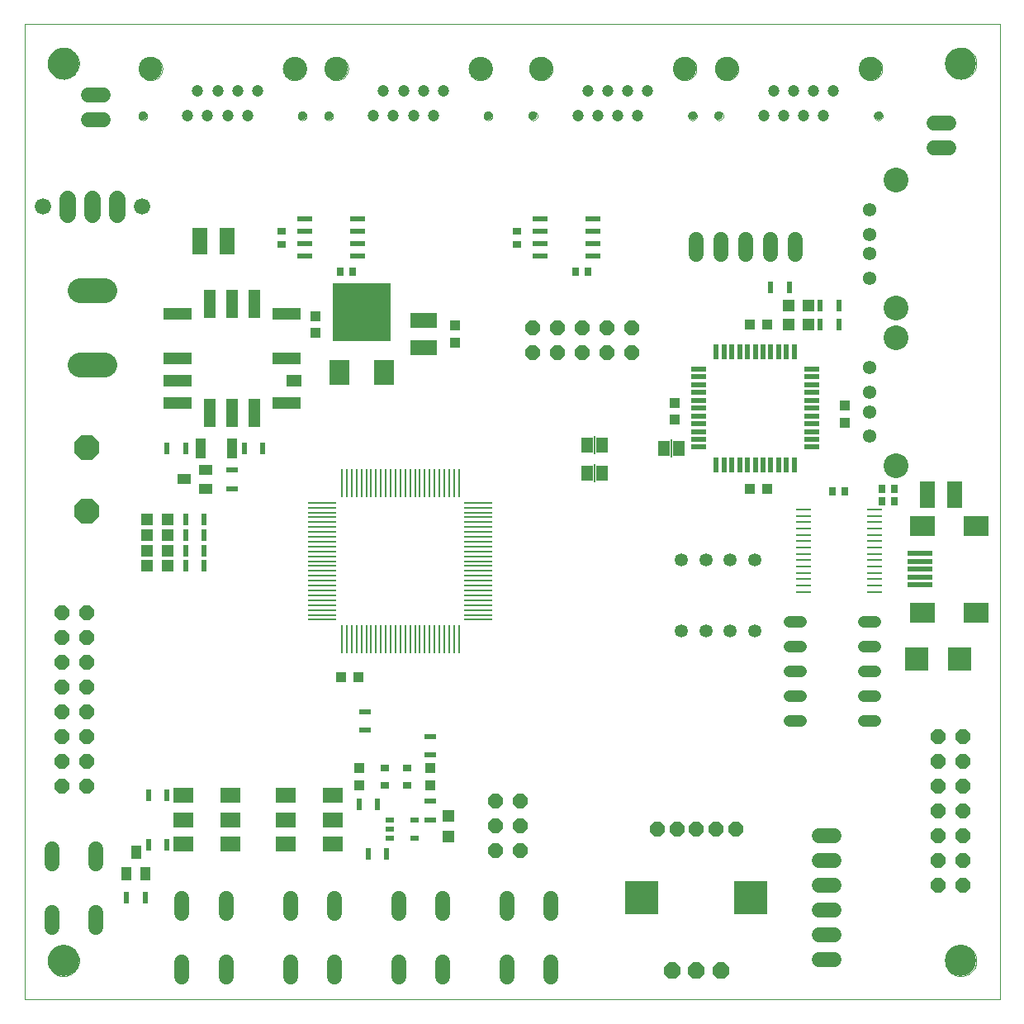
<source format=gts>
G75*
G70*
%OFA0B0*%
%FSLAX24Y24*%
%IPPOS*%
%LPD*%
%AMOC8*
5,1,8,0,0,1.08239X$1,22.5*
%
%ADD10C,0.0000*%
%ADD11C,0.1260*%
%ADD12R,0.0059X0.1181*%
%ADD13R,0.1181X0.0059*%
%ADD14R,0.0413X0.0425*%
%ADD15R,0.0512X0.0236*%
%ADD16R,0.0394X0.0551*%
%ADD17R,0.0236X0.0512*%
%ADD18C,0.0600*%
%ADD19C,0.0480*%
%ADD20C,0.0472*%
%ADD21C,0.0945*%
%ADD22C,0.0354*%
%ADD23C,0.0543*%
%ADD24C,0.1000*%
%ADD25OC8,0.0591*%
%ADD26OC8,0.0660*%
%ADD27R,0.1378X0.1378*%
%ADD28R,0.0472X0.0472*%
%ADD29R,0.0591X0.0197*%
%ADD30R,0.0197X0.0591*%
%ADD31R,0.0425X0.0413*%
%ADD32R,0.0460X0.0630*%
%ADD33R,0.0060X0.0720*%
%ADD34R,0.0374X0.0295*%
%ADD35R,0.0591X0.0098*%
%ADD36R,0.0945X0.0945*%
%ADD37R,0.0276X0.0354*%
%ADD38R,0.0984X0.0197*%
%ADD39R,0.0984X0.0787*%
%ADD40R,0.0374X0.0224*%
%ADD41OC8,0.0600*%
%ADD42R,0.0787X0.0591*%
%ADD43OC8,0.1000*%
%ADD44R,0.0551X0.0394*%
%ADD45C,0.1000*%
%ADD46R,0.0472X0.1181*%
%ADD47R,0.1181X0.0472*%
%ADD48R,0.0591X0.0472*%
%ADD49C,0.0650*%
%ADD50C,0.0660*%
%ADD51R,0.2362X0.2362*%
%ADD52R,0.0787X0.0984*%
%ADD53R,0.1063X0.0630*%
%ADD54R,0.0630X0.1063*%
%ADD55R,0.0610X0.0236*%
%ADD56R,0.0354X0.0276*%
%ADD57C,0.0531*%
%ADD58R,0.0394X0.0787*%
D10*
X000825Y000180D02*
X000825Y039550D01*
X040195Y039550D01*
X040195Y000180D01*
X000825Y000180D01*
X001769Y001755D02*
X001771Y001805D01*
X001777Y001855D01*
X001787Y001904D01*
X001801Y001952D01*
X001818Y001999D01*
X001839Y002044D01*
X001864Y002088D01*
X001892Y002129D01*
X001924Y002168D01*
X001958Y002205D01*
X001995Y002239D01*
X002035Y002269D01*
X002077Y002296D01*
X002121Y002320D01*
X002167Y002341D01*
X002214Y002357D01*
X002262Y002370D01*
X002312Y002379D01*
X002361Y002384D01*
X002412Y002385D01*
X002462Y002382D01*
X002511Y002375D01*
X002560Y002364D01*
X002608Y002349D01*
X002654Y002331D01*
X002699Y002309D01*
X002742Y002283D01*
X002783Y002254D01*
X002822Y002222D01*
X002858Y002187D01*
X002890Y002149D01*
X002920Y002109D01*
X002947Y002066D01*
X002970Y002022D01*
X002989Y001976D01*
X003005Y001928D01*
X003017Y001879D01*
X003025Y001830D01*
X003029Y001780D01*
X003029Y001730D01*
X003025Y001680D01*
X003017Y001631D01*
X003005Y001582D01*
X002989Y001534D01*
X002970Y001488D01*
X002947Y001444D01*
X002920Y001401D01*
X002890Y001361D01*
X002858Y001323D01*
X002822Y001288D01*
X002783Y001256D01*
X002742Y001227D01*
X002699Y001201D01*
X002654Y001179D01*
X002608Y001161D01*
X002560Y001146D01*
X002511Y001135D01*
X002462Y001128D01*
X002412Y001125D01*
X002361Y001126D01*
X002312Y001131D01*
X002262Y001140D01*
X002214Y001153D01*
X002167Y001169D01*
X002121Y001190D01*
X002077Y001214D01*
X002035Y001241D01*
X001995Y001271D01*
X001958Y001305D01*
X001924Y001342D01*
X001892Y001381D01*
X001864Y001422D01*
X001839Y001466D01*
X001818Y001511D01*
X001801Y001558D01*
X001787Y001606D01*
X001777Y001655D01*
X001771Y001705D01*
X001769Y001755D01*
X005429Y035853D02*
X005431Y035879D01*
X005437Y035905D01*
X005447Y035930D01*
X005460Y035953D01*
X005476Y035973D01*
X005496Y035991D01*
X005518Y036006D01*
X005541Y036018D01*
X005567Y036026D01*
X005593Y036030D01*
X005619Y036030D01*
X005645Y036026D01*
X005671Y036018D01*
X005695Y036006D01*
X005716Y035991D01*
X005736Y035973D01*
X005752Y035953D01*
X005765Y035930D01*
X005775Y035905D01*
X005781Y035879D01*
X005783Y035853D01*
X005781Y035827D01*
X005775Y035801D01*
X005765Y035776D01*
X005752Y035753D01*
X005736Y035733D01*
X005716Y035715D01*
X005694Y035700D01*
X005671Y035688D01*
X005645Y035680D01*
X005619Y035676D01*
X005593Y035676D01*
X005567Y035680D01*
X005541Y035688D01*
X005517Y035700D01*
X005496Y035715D01*
X005476Y035733D01*
X005460Y035753D01*
X005447Y035776D01*
X005437Y035801D01*
X005431Y035827D01*
X005429Y035853D01*
X005449Y037759D02*
X005451Y037802D01*
X005457Y037844D01*
X005467Y037886D01*
X005480Y037927D01*
X005497Y037967D01*
X005518Y038004D01*
X005542Y038040D01*
X005569Y038073D01*
X005599Y038104D01*
X005632Y038132D01*
X005667Y038157D01*
X005704Y038178D01*
X005743Y038196D01*
X005783Y038210D01*
X005825Y038221D01*
X005867Y038228D01*
X005910Y038231D01*
X005953Y038230D01*
X005996Y038225D01*
X006038Y038216D01*
X006079Y038204D01*
X006119Y038188D01*
X006157Y038168D01*
X006193Y038145D01*
X006227Y038118D01*
X006259Y038089D01*
X006287Y038057D01*
X006313Y038022D01*
X006335Y037986D01*
X006354Y037947D01*
X006369Y037907D01*
X006381Y037866D01*
X006389Y037823D01*
X006393Y037780D01*
X006393Y037738D01*
X006389Y037695D01*
X006381Y037652D01*
X006369Y037611D01*
X006354Y037571D01*
X006335Y037532D01*
X006313Y037496D01*
X006287Y037461D01*
X006259Y037429D01*
X006227Y037400D01*
X006193Y037373D01*
X006157Y037350D01*
X006119Y037330D01*
X006079Y037314D01*
X006038Y037302D01*
X005996Y037293D01*
X005953Y037288D01*
X005910Y037287D01*
X005867Y037290D01*
X005825Y037297D01*
X005783Y037308D01*
X005743Y037322D01*
X005704Y037340D01*
X005667Y037361D01*
X005632Y037386D01*
X005599Y037414D01*
X005569Y037445D01*
X005542Y037478D01*
X005518Y037514D01*
X005497Y037551D01*
X005480Y037591D01*
X005467Y037632D01*
X005457Y037674D01*
X005451Y037716D01*
X005449Y037759D01*
X001769Y037975D02*
X001771Y038025D01*
X001777Y038075D01*
X001787Y038124D01*
X001801Y038172D01*
X001818Y038219D01*
X001839Y038264D01*
X001864Y038308D01*
X001892Y038349D01*
X001924Y038388D01*
X001958Y038425D01*
X001995Y038459D01*
X002035Y038489D01*
X002077Y038516D01*
X002121Y038540D01*
X002167Y038561D01*
X002214Y038577D01*
X002262Y038590D01*
X002312Y038599D01*
X002361Y038604D01*
X002412Y038605D01*
X002462Y038602D01*
X002511Y038595D01*
X002560Y038584D01*
X002608Y038569D01*
X002654Y038551D01*
X002699Y038529D01*
X002742Y038503D01*
X002783Y038474D01*
X002822Y038442D01*
X002858Y038407D01*
X002890Y038369D01*
X002920Y038329D01*
X002947Y038286D01*
X002970Y038242D01*
X002989Y038196D01*
X003005Y038148D01*
X003017Y038099D01*
X003025Y038050D01*
X003029Y038000D01*
X003029Y037950D01*
X003025Y037900D01*
X003017Y037851D01*
X003005Y037802D01*
X002989Y037754D01*
X002970Y037708D01*
X002947Y037664D01*
X002920Y037621D01*
X002890Y037581D01*
X002858Y037543D01*
X002822Y037508D01*
X002783Y037476D01*
X002742Y037447D01*
X002699Y037421D01*
X002654Y037399D01*
X002608Y037381D01*
X002560Y037366D01*
X002511Y037355D01*
X002462Y037348D01*
X002412Y037345D01*
X002361Y037346D01*
X002312Y037351D01*
X002262Y037360D01*
X002214Y037373D01*
X002167Y037389D01*
X002121Y037410D01*
X002077Y037434D01*
X002035Y037461D01*
X001995Y037491D01*
X001958Y037525D01*
X001924Y037562D01*
X001892Y037601D01*
X001864Y037642D01*
X001839Y037686D01*
X001818Y037731D01*
X001801Y037778D01*
X001787Y037826D01*
X001777Y037875D01*
X001771Y037925D01*
X001769Y037975D01*
X011256Y037759D02*
X011258Y037802D01*
X011264Y037844D01*
X011274Y037886D01*
X011287Y037927D01*
X011304Y037967D01*
X011325Y038004D01*
X011349Y038040D01*
X011376Y038073D01*
X011406Y038104D01*
X011439Y038132D01*
X011474Y038157D01*
X011511Y038178D01*
X011550Y038196D01*
X011590Y038210D01*
X011632Y038221D01*
X011674Y038228D01*
X011717Y038231D01*
X011760Y038230D01*
X011803Y038225D01*
X011845Y038216D01*
X011886Y038204D01*
X011926Y038188D01*
X011964Y038168D01*
X012000Y038145D01*
X012034Y038118D01*
X012066Y038089D01*
X012094Y038057D01*
X012120Y038022D01*
X012142Y037986D01*
X012161Y037947D01*
X012176Y037907D01*
X012188Y037866D01*
X012196Y037823D01*
X012200Y037780D01*
X012200Y037738D01*
X012196Y037695D01*
X012188Y037652D01*
X012176Y037611D01*
X012161Y037571D01*
X012142Y037532D01*
X012120Y037496D01*
X012094Y037461D01*
X012066Y037429D01*
X012034Y037400D01*
X012000Y037373D01*
X011964Y037350D01*
X011926Y037330D01*
X011886Y037314D01*
X011845Y037302D01*
X011803Y037293D01*
X011760Y037288D01*
X011717Y037287D01*
X011674Y037290D01*
X011632Y037297D01*
X011590Y037308D01*
X011550Y037322D01*
X011511Y037340D01*
X011474Y037361D01*
X011439Y037386D01*
X011406Y037414D01*
X011376Y037445D01*
X011349Y037478D01*
X011325Y037514D01*
X011304Y037551D01*
X011287Y037591D01*
X011274Y037632D01*
X011264Y037674D01*
X011258Y037716D01*
X011256Y037759D01*
X011866Y035853D02*
X011868Y035879D01*
X011874Y035905D01*
X011884Y035930D01*
X011897Y035953D01*
X011913Y035973D01*
X011933Y035991D01*
X011955Y036006D01*
X011978Y036018D01*
X012004Y036026D01*
X012030Y036030D01*
X012056Y036030D01*
X012082Y036026D01*
X012108Y036018D01*
X012132Y036006D01*
X012153Y035991D01*
X012173Y035973D01*
X012189Y035953D01*
X012202Y035930D01*
X012212Y035905D01*
X012218Y035879D01*
X012220Y035853D01*
X012218Y035827D01*
X012212Y035801D01*
X012202Y035776D01*
X012189Y035753D01*
X012173Y035733D01*
X012153Y035715D01*
X012131Y035700D01*
X012108Y035688D01*
X012082Y035680D01*
X012056Y035676D01*
X012030Y035676D01*
X012004Y035680D01*
X011978Y035688D01*
X011954Y035700D01*
X011933Y035715D01*
X011913Y035733D01*
X011897Y035753D01*
X011884Y035776D01*
X011874Y035801D01*
X011868Y035827D01*
X011866Y035853D01*
X012929Y035853D02*
X012931Y035879D01*
X012937Y035905D01*
X012947Y035930D01*
X012960Y035953D01*
X012976Y035973D01*
X012996Y035991D01*
X013018Y036006D01*
X013041Y036018D01*
X013067Y036026D01*
X013093Y036030D01*
X013119Y036030D01*
X013145Y036026D01*
X013171Y036018D01*
X013195Y036006D01*
X013216Y035991D01*
X013236Y035973D01*
X013252Y035953D01*
X013265Y035930D01*
X013275Y035905D01*
X013281Y035879D01*
X013283Y035853D01*
X013281Y035827D01*
X013275Y035801D01*
X013265Y035776D01*
X013252Y035753D01*
X013236Y035733D01*
X013216Y035715D01*
X013194Y035700D01*
X013171Y035688D01*
X013145Y035680D01*
X013119Y035676D01*
X013093Y035676D01*
X013067Y035680D01*
X013041Y035688D01*
X013017Y035700D01*
X012996Y035715D01*
X012976Y035733D01*
X012960Y035753D01*
X012947Y035776D01*
X012937Y035801D01*
X012931Y035827D01*
X012929Y035853D01*
X012949Y037759D02*
X012951Y037802D01*
X012957Y037844D01*
X012967Y037886D01*
X012980Y037927D01*
X012997Y037967D01*
X013018Y038004D01*
X013042Y038040D01*
X013069Y038073D01*
X013099Y038104D01*
X013132Y038132D01*
X013167Y038157D01*
X013204Y038178D01*
X013243Y038196D01*
X013283Y038210D01*
X013325Y038221D01*
X013367Y038228D01*
X013410Y038231D01*
X013453Y038230D01*
X013496Y038225D01*
X013538Y038216D01*
X013579Y038204D01*
X013619Y038188D01*
X013657Y038168D01*
X013693Y038145D01*
X013727Y038118D01*
X013759Y038089D01*
X013787Y038057D01*
X013813Y038022D01*
X013835Y037986D01*
X013854Y037947D01*
X013869Y037907D01*
X013881Y037866D01*
X013889Y037823D01*
X013893Y037780D01*
X013893Y037738D01*
X013889Y037695D01*
X013881Y037652D01*
X013869Y037611D01*
X013854Y037571D01*
X013835Y037532D01*
X013813Y037496D01*
X013787Y037461D01*
X013759Y037429D01*
X013727Y037400D01*
X013693Y037373D01*
X013657Y037350D01*
X013619Y037330D01*
X013579Y037314D01*
X013538Y037302D01*
X013496Y037293D01*
X013453Y037288D01*
X013410Y037287D01*
X013367Y037290D01*
X013325Y037297D01*
X013283Y037308D01*
X013243Y037322D01*
X013204Y037340D01*
X013167Y037361D01*
X013132Y037386D01*
X013099Y037414D01*
X013069Y037445D01*
X013042Y037478D01*
X013018Y037514D01*
X012997Y037551D01*
X012980Y037591D01*
X012967Y037632D01*
X012957Y037674D01*
X012951Y037716D01*
X012949Y037759D01*
X018756Y037759D02*
X018758Y037802D01*
X018764Y037844D01*
X018774Y037886D01*
X018787Y037927D01*
X018804Y037967D01*
X018825Y038004D01*
X018849Y038040D01*
X018876Y038073D01*
X018906Y038104D01*
X018939Y038132D01*
X018974Y038157D01*
X019011Y038178D01*
X019050Y038196D01*
X019090Y038210D01*
X019132Y038221D01*
X019174Y038228D01*
X019217Y038231D01*
X019260Y038230D01*
X019303Y038225D01*
X019345Y038216D01*
X019386Y038204D01*
X019426Y038188D01*
X019464Y038168D01*
X019500Y038145D01*
X019534Y038118D01*
X019566Y038089D01*
X019594Y038057D01*
X019620Y038022D01*
X019642Y037986D01*
X019661Y037947D01*
X019676Y037907D01*
X019688Y037866D01*
X019696Y037823D01*
X019700Y037780D01*
X019700Y037738D01*
X019696Y037695D01*
X019688Y037652D01*
X019676Y037611D01*
X019661Y037571D01*
X019642Y037532D01*
X019620Y037496D01*
X019594Y037461D01*
X019566Y037429D01*
X019534Y037400D01*
X019500Y037373D01*
X019464Y037350D01*
X019426Y037330D01*
X019386Y037314D01*
X019345Y037302D01*
X019303Y037293D01*
X019260Y037288D01*
X019217Y037287D01*
X019174Y037290D01*
X019132Y037297D01*
X019090Y037308D01*
X019050Y037322D01*
X019011Y037340D01*
X018974Y037361D01*
X018939Y037386D01*
X018906Y037414D01*
X018876Y037445D01*
X018849Y037478D01*
X018825Y037514D01*
X018804Y037551D01*
X018787Y037591D01*
X018774Y037632D01*
X018764Y037674D01*
X018758Y037716D01*
X018756Y037759D01*
X019366Y035853D02*
X019368Y035879D01*
X019374Y035905D01*
X019384Y035930D01*
X019397Y035953D01*
X019413Y035973D01*
X019433Y035991D01*
X019455Y036006D01*
X019478Y036018D01*
X019504Y036026D01*
X019530Y036030D01*
X019556Y036030D01*
X019582Y036026D01*
X019608Y036018D01*
X019632Y036006D01*
X019653Y035991D01*
X019673Y035973D01*
X019689Y035953D01*
X019702Y035930D01*
X019712Y035905D01*
X019718Y035879D01*
X019720Y035853D01*
X019718Y035827D01*
X019712Y035801D01*
X019702Y035776D01*
X019689Y035753D01*
X019673Y035733D01*
X019653Y035715D01*
X019631Y035700D01*
X019608Y035688D01*
X019582Y035680D01*
X019556Y035676D01*
X019530Y035676D01*
X019504Y035680D01*
X019478Y035688D01*
X019454Y035700D01*
X019433Y035715D01*
X019413Y035733D01*
X019397Y035753D01*
X019384Y035776D01*
X019374Y035801D01*
X019368Y035827D01*
X019366Y035853D01*
X021179Y035853D02*
X021181Y035879D01*
X021187Y035905D01*
X021197Y035930D01*
X021210Y035953D01*
X021226Y035973D01*
X021246Y035991D01*
X021268Y036006D01*
X021291Y036018D01*
X021317Y036026D01*
X021343Y036030D01*
X021369Y036030D01*
X021395Y036026D01*
X021421Y036018D01*
X021445Y036006D01*
X021466Y035991D01*
X021486Y035973D01*
X021502Y035953D01*
X021515Y035930D01*
X021525Y035905D01*
X021531Y035879D01*
X021533Y035853D01*
X021531Y035827D01*
X021525Y035801D01*
X021515Y035776D01*
X021502Y035753D01*
X021486Y035733D01*
X021466Y035715D01*
X021444Y035700D01*
X021421Y035688D01*
X021395Y035680D01*
X021369Y035676D01*
X021343Y035676D01*
X021317Y035680D01*
X021291Y035688D01*
X021267Y035700D01*
X021246Y035715D01*
X021226Y035733D01*
X021210Y035753D01*
X021197Y035776D01*
X021187Y035801D01*
X021181Y035827D01*
X021179Y035853D01*
X021199Y037759D02*
X021201Y037802D01*
X021207Y037844D01*
X021217Y037886D01*
X021230Y037927D01*
X021247Y037967D01*
X021268Y038004D01*
X021292Y038040D01*
X021319Y038073D01*
X021349Y038104D01*
X021382Y038132D01*
X021417Y038157D01*
X021454Y038178D01*
X021493Y038196D01*
X021533Y038210D01*
X021575Y038221D01*
X021617Y038228D01*
X021660Y038231D01*
X021703Y038230D01*
X021746Y038225D01*
X021788Y038216D01*
X021829Y038204D01*
X021869Y038188D01*
X021907Y038168D01*
X021943Y038145D01*
X021977Y038118D01*
X022009Y038089D01*
X022037Y038057D01*
X022063Y038022D01*
X022085Y037986D01*
X022104Y037947D01*
X022119Y037907D01*
X022131Y037866D01*
X022139Y037823D01*
X022143Y037780D01*
X022143Y037738D01*
X022139Y037695D01*
X022131Y037652D01*
X022119Y037611D01*
X022104Y037571D01*
X022085Y037532D01*
X022063Y037496D01*
X022037Y037461D01*
X022009Y037429D01*
X021977Y037400D01*
X021943Y037373D01*
X021907Y037350D01*
X021869Y037330D01*
X021829Y037314D01*
X021788Y037302D01*
X021746Y037293D01*
X021703Y037288D01*
X021660Y037287D01*
X021617Y037290D01*
X021575Y037297D01*
X021533Y037308D01*
X021493Y037322D01*
X021454Y037340D01*
X021417Y037361D01*
X021382Y037386D01*
X021349Y037414D01*
X021319Y037445D01*
X021292Y037478D01*
X021268Y037514D01*
X021247Y037551D01*
X021230Y037591D01*
X021217Y037632D01*
X021207Y037674D01*
X021201Y037716D01*
X021199Y037759D01*
X027006Y037759D02*
X027008Y037802D01*
X027014Y037844D01*
X027024Y037886D01*
X027037Y037927D01*
X027054Y037967D01*
X027075Y038004D01*
X027099Y038040D01*
X027126Y038073D01*
X027156Y038104D01*
X027189Y038132D01*
X027224Y038157D01*
X027261Y038178D01*
X027300Y038196D01*
X027340Y038210D01*
X027382Y038221D01*
X027424Y038228D01*
X027467Y038231D01*
X027510Y038230D01*
X027553Y038225D01*
X027595Y038216D01*
X027636Y038204D01*
X027676Y038188D01*
X027714Y038168D01*
X027750Y038145D01*
X027784Y038118D01*
X027816Y038089D01*
X027844Y038057D01*
X027870Y038022D01*
X027892Y037986D01*
X027911Y037947D01*
X027926Y037907D01*
X027938Y037866D01*
X027946Y037823D01*
X027950Y037780D01*
X027950Y037738D01*
X027946Y037695D01*
X027938Y037652D01*
X027926Y037611D01*
X027911Y037571D01*
X027892Y037532D01*
X027870Y037496D01*
X027844Y037461D01*
X027816Y037429D01*
X027784Y037400D01*
X027750Y037373D01*
X027714Y037350D01*
X027676Y037330D01*
X027636Y037314D01*
X027595Y037302D01*
X027553Y037293D01*
X027510Y037288D01*
X027467Y037287D01*
X027424Y037290D01*
X027382Y037297D01*
X027340Y037308D01*
X027300Y037322D01*
X027261Y037340D01*
X027224Y037361D01*
X027189Y037386D01*
X027156Y037414D01*
X027126Y037445D01*
X027099Y037478D01*
X027075Y037514D01*
X027054Y037551D01*
X027037Y037591D01*
X027024Y037632D01*
X027014Y037674D01*
X027008Y037716D01*
X027006Y037759D01*
X027616Y035853D02*
X027618Y035879D01*
X027624Y035905D01*
X027634Y035930D01*
X027647Y035953D01*
X027663Y035973D01*
X027683Y035991D01*
X027705Y036006D01*
X027728Y036018D01*
X027754Y036026D01*
X027780Y036030D01*
X027806Y036030D01*
X027832Y036026D01*
X027858Y036018D01*
X027882Y036006D01*
X027903Y035991D01*
X027923Y035973D01*
X027939Y035953D01*
X027952Y035930D01*
X027962Y035905D01*
X027968Y035879D01*
X027970Y035853D01*
X027968Y035827D01*
X027962Y035801D01*
X027952Y035776D01*
X027939Y035753D01*
X027923Y035733D01*
X027903Y035715D01*
X027881Y035700D01*
X027858Y035688D01*
X027832Y035680D01*
X027806Y035676D01*
X027780Y035676D01*
X027754Y035680D01*
X027728Y035688D01*
X027704Y035700D01*
X027683Y035715D01*
X027663Y035733D01*
X027647Y035753D01*
X027634Y035776D01*
X027624Y035801D01*
X027618Y035827D01*
X027616Y035853D01*
X028679Y035853D02*
X028681Y035879D01*
X028687Y035905D01*
X028697Y035930D01*
X028710Y035953D01*
X028726Y035973D01*
X028746Y035991D01*
X028768Y036006D01*
X028791Y036018D01*
X028817Y036026D01*
X028843Y036030D01*
X028869Y036030D01*
X028895Y036026D01*
X028921Y036018D01*
X028945Y036006D01*
X028966Y035991D01*
X028986Y035973D01*
X029002Y035953D01*
X029015Y035930D01*
X029025Y035905D01*
X029031Y035879D01*
X029033Y035853D01*
X029031Y035827D01*
X029025Y035801D01*
X029015Y035776D01*
X029002Y035753D01*
X028986Y035733D01*
X028966Y035715D01*
X028944Y035700D01*
X028921Y035688D01*
X028895Y035680D01*
X028869Y035676D01*
X028843Y035676D01*
X028817Y035680D01*
X028791Y035688D01*
X028767Y035700D01*
X028746Y035715D01*
X028726Y035733D01*
X028710Y035753D01*
X028697Y035776D01*
X028687Y035801D01*
X028681Y035827D01*
X028679Y035853D01*
X028699Y037759D02*
X028701Y037802D01*
X028707Y037844D01*
X028717Y037886D01*
X028730Y037927D01*
X028747Y037967D01*
X028768Y038004D01*
X028792Y038040D01*
X028819Y038073D01*
X028849Y038104D01*
X028882Y038132D01*
X028917Y038157D01*
X028954Y038178D01*
X028993Y038196D01*
X029033Y038210D01*
X029075Y038221D01*
X029117Y038228D01*
X029160Y038231D01*
X029203Y038230D01*
X029246Y038225D01*
X029288Y038216D01*
X029329Y038204D01*
X029369Y038188D01*
X029407Y038168D01*
X029443Y038145D01*
X029477Y038118D01*
X029509Y038089D01*
X029537Y038057D01*
X029563Y038022D01*
X029585Y037986D01*
X029604Y037947D01*
X029619Y037907D01*
X029631Y037866D01*
X029639Y037823D01*
X029643Y037780D01*
X029643Y037738D01*
X029639Y037695D01*
X029631Y037652D01*
X029619Y037611D01*
X029604Y037571D01*
X029585Y037532D01*
X029563Y037496D01*
X029537Y037461D01*
X029509Y037429D01*
X029477Y037400D01*
X029443Y037373D01*
X029407Y037350D01*
X029369Y037330D01*
X029329Y037314D01*
X029288Y037302D01*
X029246Y037293D01*
X029203Y037288D01*
X029160Y037287D01*
X029117Y037290D01*
X029075Y037297D01*
X029033Y037308D01*
X028993Y037322D01*
X028954Y037340D01*
X028917Y037361D01*
X028882Y037386D01*
X028849Y037414D01*
X028819Y037445D01*
X028792Y037478D01*
X028768Y037514D01*
X028747Y037551D01*
X028730Y037591D01*
X028717Y037632D01*
X028707Y037674D01*
X028701Y037716D01*
X028699Y037759D01*
X034506Y037759D02*
X034508Y037802D01*
X034514Y037844D01*
X034524Y037886D01*
X034537Y037927D01*
X034554Y037967D01*
X034575Y038004D01*
X034599Y038040D01*
X034626Y038073D01*
X034656Y038104D01*
X034689Y038132D01*
X034724Y038157D01*
X034761Y038178D01*
X034800Y038196D01*
X034840Y038210D01*
X034882Y038221D01*
X034924Y038228D01*
X034967Y038231D01*
X035010Y038230D01*
X035053Y038225D01*
X035095Y038216D01*
X035136Y038204D01*
X035176Y038188D01*
X035214Y038168D01*
X035250Y038145D01*
X035284Y038118D01*
X035316Y038089D01*
X035344Y038057D01*
X035370Y038022D01*
X035392Y037986D01*
X035411Y037947D01*
X035426Y037907D01*
X035438Y037866D01*
X035446Y037823D01*
X035450Y037780D01*
X035450Y037738D01*
X035446Y037695D01*
X035438Y037652D01*
X035426Y037611D01*
X035411Y037571D01*
X035392Y037532D01*
X035370Y037496D01*
X035344Y037461D01*
X035316Y037429D01*
X035284Y037400D01*
X035250Y037373D01*
X035214Y037350D01*
X035176Y037330D01*
X035136Y037314D01*
X035095Y037302D01*
X035053Y037293D01*
X035010Y037288D01*
X034967Y037287D01*
X034924Y037290D01*
X034882Y037297D01*
X034840Y037308D01*
X034800Y037322D01*
X034761Y037340D01*
X034724Y037361D01*
X034689Y037386D01*
X034656Y037414D01*
X034626Y037445D01*
X034599Y037478D01*
X034575Y037514D01*
X034554Y037551D01*
X034537Y037591D01*
X034524Y037632D01*
X034514Y037674D01*
X034508Y037716D01*
X034506Y037759D01*
X035116Y035853D02*
X035118Y035879D01*
X035124Y035905D01*
X035134Y035930D01*
X035147Y035953D01*
X035163Y035973D01*
X035183Y035991D01*
X035205Y036006D01*
X035228Y036018D01*
X035254Y036026D01*
X035280Y036030D01*
X035306Y036030D01*
X035332Y036026D01*
X035358Y036018D01*
X035382Y036006D01*
X035403Y035991D01*
X035423Y035973D01*
X035439Y035953D01*
X035452Y035930D01*
X035462Y035905D01*
X035468Y035879D01*
X035470Y035853D01*
X035468Y035827D01*
X035462Y035801D01*
X035452Y035776D01*
X035439Y035753D01*
X035423Y035733D01*
X035403Y035715D01*
X035381Y035700D01*
X035358Y035688D01*
X035332Y035680D01*
X035306Y035676D01*
X035280Y035676D01*
X035254Y035680D01*
X035228Y035688D01*
X035204Y035700D01*
X035183Y035715D01*
X035163Y035733D01*
X035147Y035753D01*
X035134Y035776D01*
X035124Y035801D01*
X035118Y035827D01*
X035116Y035853D01*
X037990Y037975D02*
X037992Y038025D01*
X037998Y038075D01*
X038008Y038124D01*
X038022Y038172D01*
X038039Y038219D01*
X038060Y038264D01*
X038085Y038308D01*
X038113Y038349D01*
X038145Y038388D01*
X038179Y038425D01*
X038216Y038459D01*
X038256Y038489D01*
X038298Y038516D01*
X038342Y038540D01*
X038388Y038561D01*
X038435Y038577D01*
X038483Y038590D01*
X038533Y038599D01*
X038582Y038604D01*
X038633Y038605D01*
X038683Y038602D01*
X038732Y038595D01*
X038781Y038584D01*
X038829Y038569D01*
X038875Y038551D01*
X038920Y038529D01*
X038963Y038503D01*
X039004Y038474D01*
X039043Y038442D01*
X039079Y038407D01*
X039111Y038369D01*
X039141Y038329D01*
X039168Y038286D01*
X039191Y038242D01*
X039210Y038196D01*
X039226Y038148D01*
X039238Y038099D01*
X039246Y038050D01*
X039250Y038000D01*
X039250Y037950D01*
X039246Y037900D01*
X039238Y037851D01*
X039226Y037802D01*
X039210Y037754D01*
X039191Y037708D01*
X039168Y037664D01*
X039141Y037621D01*
X039111Y037581D01*
X039079Y037543D01*
X039043Y037508D01*
X039004Y037476D01*
X038963Y037447D01*
X038920Y037421D01*
X038875Y037399D01*
X038829Y037381D01*
X038781Y037366D01*
X038732Y037355D01*
X038683Y037348D01*
X038633Y037345D01*
X038582Y037346D01*
X038533Y037351D01*
X038483Y037360D01*
X038435Y037373D01*
X038388Y037389D01*
X038342Y037410D01*
X038298Y037434D01*
X038256Y037461D01*
X038216Y037491D01*
X038179Y037525D01*
X038145Y037562D01*
X038113Y037601D01*
X038085Y037642D01*
X038060Y037686D01*
X038039Y037731D01*
X038022Y037778D01*
X038008Y037826D01*
X037998Y037875D01*
X037992Y037925D01*
X037990Y037975D01*
X037990Y001755D02*
X037992Y001805D01*
X037998Y001855D01*
X038008Y001904D01*
X038022Y001952D01*
X038039Y001999D01*
X038060Y002044D01*
X038085Y002088D01*
X038113Y002129D01*
X038145Y002168D01*
X038179Y002205D01*
X038216Y002239D01*
X038256Y002269D01*
X038298Y002296D01*
X038342Y002320D01*
X038388Y002341D01*
X038435Y002357D01*
X038483Y002370D01*
X038533Y002379D01*
X038582Y002384D01*
X038633Y002385D01*
X038683Y002382D01*
X038732Y002375D01*
X038781Y002364D01*
X038829Y002349D01*
X038875Y002331D01*
X038920Y002309D01*
X038963Y002283D01*
X039004Y002254D01*
X039043Y002222D01*
X039079Y002187D01*
X039111Y002149D01*
X039141Y002109D01*
X039168Y002066D01*
X039191Y002022D01*
X039210Y001976D01*
X039226Y001928D01*
X039238Y001879D01*
X039246Y001830D01*
X039250Y001780D01*
X039250Y001730D01*
X039246Y001680D01*
X039238Y001631D01*
X039226Y001582D01*
X039210Y001534D01*
X039191Y001488D01*
X039168Y001444D01*
X039141Y001401D01*
X039111Y001361D01*
X039079Y001323D01*
X039043Y001288D01*
X039004Y001256D01*
X038963Y001227D01*
X038920Y001201D01*
X038875Y001179D01*
X038829Y001161D01*
X038781Y001146D01*
X038732Y001135D01*
X038683Y001128D01*
X038633Y001125D01*
X038582Y001126D01*
X038533Y001131D01*
X038483Y001140D01*
X038435Y001153D01*
X038388Y001169D01*
X038342Y001190D01*
X038298Y001214D01*
X038256Y001241D01*
X038216Y001271D01*
X038179Y001305D01*
X038145Y001342D01*
X038113Y001381D01*
X038085Y001422D01*
X038060Y001466D01*
X038039Y001511D01*
X038022Y001558D01*
X038008Y001606D01*
X037998Y001655D01*
X037992Y001705D01*
X037990Y001755D01*
D11*
X038620Y001755D03*
X002399Y001755D03*
X002399Y037975D03*
X038620Y037975D03*
D12*
X018365Y021026D03*
X018168Y021026D03*
X017971Y021026D03*
X017774Y021026D03*
X017578Y021026D03*
X017381Y021026D03*
X017184Y021026D03*
X016987Y021026D03*
X016790Y021026D03*
X016593Y021026D03*
X016397Y021026D03*
X016200Y021026D03*
X016003Y021026D03*
X015806Y021026D03*
X015609Y021026D03*
X015412Y021026D03*
X015215Y021026D03*
X015019Y021026D03*
X014822Y021026D03*
X014625Y021026D03*
X014428Y021026D03*
X014231Y021026D03*
X014034Y021026D03*
X013837Y021026D03*
X013641Y021026D03*
X013641Y014727D03*
X013837Y014727D03*
X014034Y014727D03*
X014231Y014727D03*
X014428Y014727D03*
X014625Y014727D03*
X014822Y014727D03*
X015019Y014727D03*
X015215Y014727D03*
X015412Y014727D03*
X015609Y014727D03*
X015806Y014727D03*
X016003Y014727D03*
X016200Y014727D03*
X016397Y014727D03*
X016593Y014727D03*
X016790Y014727D03*
X016987Y014727D03*
X017184Y014727D03*
X017381Y014727D03*
X017578Y014727D03*
X017774Y014727D03*
X017971Y014727D03*
X018168Y014727D03*
X018365Y014727D03*
D13*
X019152Y015515D03*
X019152Y015711D03*
X019152Y015908D03*
X019152Y016105D03*
X019152Y016302D03*
X019152Y016499D03*
X019152Y016696D03*
X019152Y016893D03*
X019152Y017089D03*
X019152Y017286D03*
X019152Y017483D03*
X019152Y017680D03*
X019152Y017877D03*
X019152Y018074D03*
X019152Y018271D03*
X019152Y018467D03*
X019152Y018664D03*
X019152Y018861D03*
X019152Y019058D03*
X019152Y019255D03*
X019152Y019452D03*
X019152Y019649D03*
X019152Y019845D03*
X019152Y020042D03*
X019152Y020239D03*
X012853Y020239D03*
X012853Y020042D03*
X012853Y019845D03*
X012853Y019649D03*
X012853Y019452D03*
X012853Y019255D03*
X012853Y019058D03*
X012853Y018861D03*
X012853Y018664D03*
X012853Y018467D03*
X012853Y018271D03*
X012853Y018074D03*
X012853Y017877D03*
X012853Y017680D03*
X012853Y017483D03*
X012853Y017286D03*
X012853Y017089D03*
X012853Y016893D03*
X012853Y016696D03*
X012853Y016499D03*
X012853Y016302D03*
X012853Y016105D03*
X012853Y015908D03*
X012853Y015711D03*
X012853Y015515D03*
D14*
X013605Y013180D03*
X014294Y013180D03*
X030105Y020805D03*
X030794Y020805D03*
X030794Y027430D03*
X030105Y027430D03*
D15*
X014575Y011804D03*
X014575Y011056D03*
X017200Y010804D03*
X017200Y010056D03*
X017200Y008179D03*
X017200Y007431D03*
X009200Y020806D03*
X009200Y021554D03*
D16*
X005325Y006113D03*
X005699Y005247D03*
X004951Y005247D03*
D17*
X004951Y004305D03*
X005699Y004305D03*
X005826Y006430D03*
X006574Y006430D03*
X006574Y008430D03*
X005826Y008430D03*
X014326Y008055D03*
X015074Y008055D03*
X014701Y006055D03*
X015449Y006055D03*
X008074Y017680D03*
X008074Y018305D03*
X008074Y018930D03*
X008074Y019555D03*
X007326Y019555D03*
X007326Y018930D03*
X007326Y018305D03*
X007326Y017680D03*
X007324Y022430D03*
X006576Y022430D03*
X009701Y022430D03*
X010449Y022430D03*
X030951Y028930D03*
X031699Y028930D03*
X032951Y028180D03*
X032951Y027430D03*
X033699Y027430D03*
X033699Y028180D03*
D18*
X031950Y030255D02*
X031950Y030855D01*
X030950Y030855D02*
X030950Y030255D01*
X029950Y030255D02*
X029950Y030855D01*
X028950Y030855D02*
X028950Y030255D01*
X027950Y030255D02*
X027950Y030855D01*
X037525Y034555D02*
X038125Y034555D01*
X038125Y035555D02*
X037525Y035555D01*
X033500Y006805D02*
X032900Y006805D01*
X032900Y005805D02*
X033500Y005805D01*
X033500Y004805D02*
X032900Y004805D01*
X032900Y003805D02*
X033500Y003805D01*
X033500Y002805D02*
X032900Y002805D01*
X032900Y001805D02*
X033500Y001805D01*
X022090Y001700D02*
X022090Y001100D01*
X020310Y001100D02*
X020310Y001700D01*
X020310Y003660D02*
X020310Y004260D01*
X022090Y004260D02*
X022090Y003660D01*
X017715Y003660D02*
X017715Y004260D01*
X015935Y004260D02*
X015935Y003660D01*
X015935Y001700D02*
X015935Y001100D01*
X017715Y001100D02*
X017715Y001700D01*
X013340Y001700D02*
X013340Y001100D01*
X011560Y001100D02*
X011560Y001700D01*
X011560Y003660D02*
X011560Y004260D01*
X013340Y004260D02*
X013340Y003660D01*
X008965Y003660D02*
X008965Y004260D01*
X007185Y004260D02*
X007185Y003660D01*
X007185Y001700D02*
X007185Y001100D01*
X008965Y001100D02*
X008965Y001700D01*
X003715Y003100D02*
X003715Y003700D01*
X001935Y003700D02*
X001935Y003100D01*
X001935Y005660D02*
X001935Y006260D01*
X003715Y006260D02*
X003715Y005660D01*
X004000Y035680D02*
X003400Y035680D01*
X003400Y036680D02*
X004000Y036680D01*
D19*
X031710Y015430D02*
X032190Y015430D01*
X032190Y014430D02*
X031710Y014430D01*
X031710Y013430D02*
X032190Y013430D01*
X032190Y012430D02*
X031710Y012430D01*
X031710Y011430D02*
X032190Y011430D01*
X034710Y011430D02*
X035190Y011430D01*
X035190Y012430D02*
X034710Y012430D01*
X034710Y013430D02*
X035190Y013430D01*
X035190Y014430D02*
X034710Y014430D01*
X034710Y015430D02*
X035190Y015430D01*
D20*
X033079Y035853D03*
X032275Y035853D03*
X031472Y035853D03*
X030669Y035853D03*
X031071Y036853D03*
X031874Y036853D03*
X032677Y036853D03*
X033480Y036853D03*
X025980Y036853D03*
X025177Y036853D03*
X024374Y036853D03*
X023571Y036853D03*
X023972Y035853D03*
X023169Y035853D03*
X024775Y035853D03*
X025579Y035853D03*
X017730Y036853D03*
X016927Y036853D03*
X016124Y036853D03*
X015321Y036853D03*
X015722Y035853D03*
X014919Y035853D03*
X016525Y035853D03*
X017329Y035853D03*
X010230Y036853D03*
X009427Y036853D03*
X008624Y036853D03*
X007821Y036853D03*
X008222Y035853D03*
X007419Y035853D03*
X009025Y035853D03*
X009829Y035853D03*
D21*
X011728Y037759D03*
X013421Y037759D03*
X019228Y037759D03*
X021671Y037759D03*
X027478Y037759D03*
X029171Y037759D03*
X034978Y037759D03*
X005921Y037759D03*
D22*
X005606Y035853D03*
X012043Y035853D03*
X013106Y035853D03*
X019543Y035853D03*
X021356Y035853D03*
X027793Y035853D03*
X028856Y035853D03*
X035293Y035853D03*
D23*
X034950Y032058D03*
X034950Y031074D03*
X034950Y030286D03*
X034950Y029302D03*
X034950Y025683D03*
X034950Y024699D03*
X034950Y023911D03*
X034950Y022927D03*
D24*
X036017Y021718D03*
X036017Y026892D03*
X036017Y028093D03*
X036017Y033267D03*
D25*
X025325Y027305D03*
X025325Y026305D03*
X024325Y026305D03*
X024325Y027305D03*
X023325Y027305D03*
X023325Y026305D03*
X022325Y026305D03*
X022325Y027305D03*
X021325Y027305D03*
X021325Y026305D03*
X037700Y010805D03*
X038700Y010805D03*
X038700Y009805D03*
X038700Y008805D03*
X038700Y007805D03*
X038700Y006805D03*
X038700Y005805D03*
X038700Y004805D03*
X037700Y004805D03*
X037700Y005805D03*
X037700Y006805D03*
X037700Y007805D03*
X037700Y008805D03*
X037700Y009805D03*
X029524Y007061D03*
X028737Y007061D03*
X027950Y007061D03*
X027162Y007061D03*
X026375Y007061D03*
X003325Y008805D03*
X003325Y009805D03*
X003325Y010805D03*
X003325Y011805D03*
X003325Y012805D03*
X003325Y013805D03*
X003325Y014805D03*
X003325Y015805D03*
X002325Y015805D03*
X002325Y014805D03*
X002325Y013805D03*
X002325Y012805D03*
X002325Y011805D03*
X002325Y010805D03*
X002325Y009805D03*
X002325Y008805D03*
D26*
X026965Y001352D03*
X027950Y001352D03*
X028934Y001352D03*
D27*
X030154Y004305D03*
X025745Y004305D03*
D28*
X017950Y006767D03*
X017950Y007593D03*
X006613Y017680D03*
X006613Y018305D03*
X006613Y018930D03*
X006613Y019555D03*
X005786Y019555D03*
X005786Y018930D03*
X005786Y018305D03*
X005786Y017680D03*
X031661Y027430D03*
X031661Y028180D03*
X032488Y028180D03*
X032488Y027430D03*
D29*
X032608Y025630D03*
X032608Y025315D03*
X032608Y025000D03*
X032608Y024685D03*
X032608Y024370D03*
X032608Y024055D03*
X032608Y023740D03*
X032608Y023425D03*
X032608Y023110D03*
X032608Y022795D03*
X032608Y022480D03*
X028041Y022480D03*
X028041Y022795D03*
X028041Y023110D03*
X028041Y023425D03*
X028041Y023740D03*
X028041Y024055D03*
X028041Y024370D03*
X028041Y024685D03*
X028041Y025000D03*
X028041Y025315D03*
X028041Y025630D03*
D30*
X028750Y026338D03*
X029065Y026338D03*
X029380Y026338D03*
X029695Y026338D03*
X030010Y026338D03*
X030325Y026338D03*
X030640Y026338D03*
X030955Y026338D03*
X031270Y026338D03*
X031585Y026338D03*
X031899Y026338D03*
X031899Y021772D03*
X031585Y021772D03*
X031270Y021772D03*
X030955Y021772D03*
X030640Y021772D03*
X030325Y021772D03*
X030010Y021772D03*
X029695Y021772D03*
X029380Y021772D03*
X029065Y021772D03*
X028750Y021772D03*
D31*
X027075Y023586D03*
X027075Y024274D03*
X033950Y024149D03*
X033950Y023461D03*
X018200Y026711D03*
X018200Y027399D03*
X012575Y027086D03*
X012575Y027774D03*
X014325Y009524D03*
X014325Y008836D03*
X017200Y008836D03*
X017200Y009524D03*
D32*
X023525Y021430D03*
X024125Y021430D03*
X024125Y022555D03*
X023525Y022555D03*
X026650Y022430D03*
X027250Y022430D03*
D33*
X026950Y022430D03*
X023825Y022555D03*
X023825Y021430D03*
D34*
X016277Y009515D03*
X016277Y008845D03*
X015372Y008845D03*
X015372Y009515D03*
D35*
X032273Y016642D03*
X032273Y016898D03*
X032273Y017153D03*
X032273Y017409D03*
X032273Y017665D03*
X032273Y017921D03*
X032273Y018177D03*
X032273Y018433D03*
X032273Y018689D03*
X032273Y018945D03*
X032273Y019201D03*
X032273Y019457D03*
X032273Y019712D03*
X032273Y019968D03*
X035127Y019968D03*
X035127Y019712D03*
X035127Y019457D03*
X035127Y019201D03*
X035127Y018945D03*
X035127Y018689D03*
X035127Y018433D03*
X035127Y018177D03*
X035127Y017921D03*
X035127Y017665D03*
X035127Y017409D03*
X035127Y017153D03*
X035127Y016898D03*
X035127Y016642D03*
D36*
X036834Y013930D03*
X038566Y013930D03*
D37*
X035956Y020305D03*
X035956Y020805D03*
X035444Y020805D03*
X035444Y020305D03*
X033956Y020680D03*
X033444Y020680D03*
X023581Y029555D03*
X023069Y029555D03*
X014081Y029555D03*
X013569Y029555D03*
D38*
X036988Y018185D03*
X036988Y017870D03*
X036988Y017555D03*
X036988Y017240D03*
X036988Y016925D03*
D39*
X037067Y015803D03*
X039232Y015803D03*
X039232Y019307D03*
X037067Y019307D03*
D40*
X016567Y007429D03*
X016567Y006681D03*
X015583Y006681D03*
X015583Y007055D03*
X015583Y007429D03*
D41*
X019825Y007180D03*
X020825Y007180D03*
X020825Y008180D03*
X019825Y008180D03*
X019825Y006180D03*
X020825Y006180D03*
D42*
X013270Y006446D03*
X013270Y007430D03*
X013270Y008414D03*
X011380Y008414D03*
X011380Y007430D03*
X011380Y006446D03*
X009145Y006446D03*
X009145Y007430D03*
X009145Y008414D03*
X007255Y008414D03*
X007255Y007430D03*
X007255Y006446D03*
D43*
X003325Y019900D03*
X003325Y022460D03*
D44*
X007267Y021180D03*
X008133Y020806D03*
X008133Y021554D03*
D45*
X004075Y025805D02*
X003075Y025805D01*
X003075Y028805D02*
X004075Y028805D01*
D46*
X008298Y028260D03*
X009200Y028260D03*
X010101Y028260D03*
X010101Y023850D03*
X009200Y023850D03*
X008298Y023850D03*
D47*
X006995Y024252D03*
X006995Y025153D03*
X006995Y026055D03*
X006995Y027858D03*
X011404Y027858D03*
X011404Y026055D03*
X011404Y024252D03*
D48*
X011700Y025153D03*
D49*
X004575Y031855D02*
X004575Y032505D01*
X003575Y032505D02*
X003575Y031855D01*
X002575Y031855D02*
X002575Y032505D01*
D50*
X001575Y032180D03*
X005575Y032180D03*
D51*
X014450Y027941D03*
D52*
X015355Y025480D03*
X013544Y025480D03*
D53*
X016950Y026504D03*
X016950Y027606D03*
D54*
X009001Y030805D03*
X007898Y030805D03*
X037273Y020555D03*
X038376Y020555D03*
D55*
X023763Y030180D03*
X023763Y030680D03*
X023763Y031180D03*
X023763Y031680D03*
X021637Y031680D03*
X021637Y031180D03*
X021637Y030680D03*
X021637Y030180D03*
X014263Y030180D03*
X014263Y030680D03*
X014263Y031180D03*
X014263Y031680D03*
X012137Y031680D03*
X012137Y031180D03*
X012137Y030680D03*
X012137Y030180D03*
D56*
X011200Y030674D03*
X011200Y031186D03*
X020700Y031186D03*
X020700Y030674D03*
D57*
X027348Y017930D03*
X028333Y017930D03*
X029317Y017930D03*
X030301Y017930D03*
X030301Y015055D03*
X029317Y015055D03*
X028333Y015055D03*
X027348Y015055D03*
D58*
X009205Y022430D03*
X007945Y022430D03*
M02*

</source>
